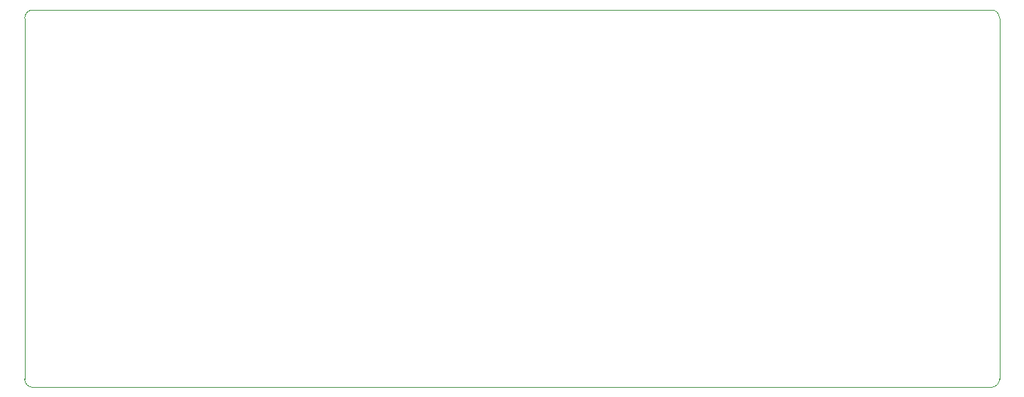
<source format=gm1>
%TF.GenerationSoftware,KiCad,Pcbnew,7.0.8*%
%TF.CreationDate,2023-10-10T13:06:38-07:00*%
%TF.ProjectId,Soil Power Sensor,536f696c-2050-46f7-9765-722053656e73,2.1.0*%
%TF.SameCoordinates,Original*%
%TF.FileFunction,Profile,NP*%
%FSLAX46Y46*%
G04 Gerber Fmt 4.6, Leading zero omitted, Abs format (unit mm)*
G04 Created by KiCad (PCBNEW 7.0.8) date 2023-10-10 13:06:38*
%MOMM*%
%LPD*%
G01*
G04 APERTURE LIST*
%TA.AperFunction,Profile*%
%ADD10C,0.050000*%
%TD*%
G04 APERTURE END LIST*
D10*
X125000000Y-49000000D02*
X125000000Y-92000000D01*
X241000000Y-49000000D02*
G75*
G03*
X240000000Y-48000000I-1000000J0D01*
G01*
X126000000Y-93000000D02*
X240000000Y-93000000D01*
X241000000Y-92000000D02*
X241000000Y-49000000D01*
X240000000Y-93000000D02*
G75*
G03*
X241000000Y-92000000I0J1000000D01*
G01*
X126000000Y-48000000D02*
G75*
G03*
X125000000Y-49000000I0J-1000000D01*
G01*
X240000000Y-48000000D02*
X126000000Y-48000000D01*
X125000000Y-92000000D02*
G75*
G03*
X126000000Y-93000000I1000000J0D01*
G01*
M02*

</source>
